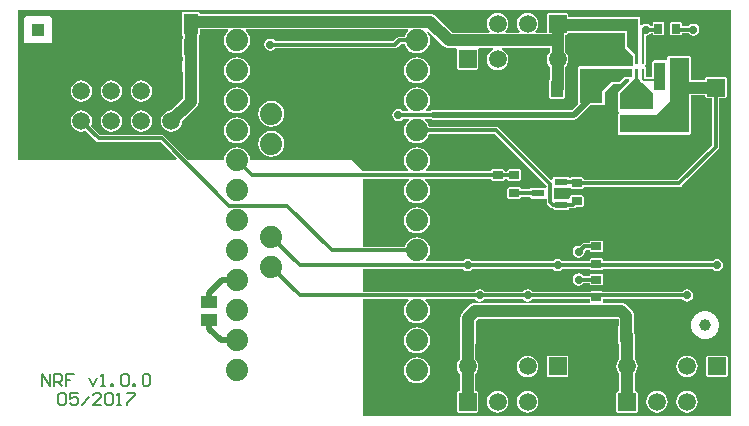
<source format=gtl>
G04 Layer_Physical_Order=1*
G04 Layer_Color=65280*
%FSLAX24Y24*%
%MOIN*%
G70*
G01*
G75*
%ADD10R,0.0394X0.0551*%
%ADD11R,0.0110X0.0295*%
%ADD12R,0.0335X0.0256*%
%ADD13R,0.0256X0.0335*%
%ADD14R,0.0433X0.0236*%
%ADD15C,0.0394*%
%ADD16R,0.0394X0.0394*%
%ADD17R,0.1063X0.0394*%
%ADD18R,0.0335X0.0354*%
%ADD19R,0.0354X0.0335*%
%ADD20R,0.0551X0.0394*%
%ADD21R,0.0472X0.0689*%
%ADD22R,0.0689X0.0472*%
%ADD23C,0.0118*%
%ADD24C,0.0394*%
%ADD25C,0.0079*%
%ADD26C,0.0197*%
%ADD27C,0.0059*%
%ADD28C,0.0591*%
%ADD29R,0.0591X0.0591*%
%ADD30C,0.0740*%
%ADD31R,0.0591X0.0591*%
%ADD32C,0.0276*%
G36*
X23894Y121D02*
X11614D01*
Y4012D01*
X13129D01*
X13145Y3965D01*
X13119Y3944D01*
X13050Y3855D01*
X13006Y3750D01*
X12991Y3638D01*
X13006Y3526D01*
X13050Y3421D01*
X13119Y3331D01*
X13208Y3262D01*
X13313Y3219D01*
X13425Y3204D01*
X13537Y3219D01*
X13642Y3262D01*
X13732Y3331D01*
X13801Y3421D01*
X13844Y3526D01*
X13859Y3638D01*
X13844Y3750D01*
X13801Y3855D01*
X13732Y3944D01*
X13705Y3965D01*
X13721Y4012D01*
X15355D01*
X15369Y3991D01*
X15435Y3948D01*
X15512Y3932D01*
X15589Y3948D01*
X15654Y3991D01*
X15669Y4012D01*
X16953D01*
X16968Y3991D01*
X17033Y3948D01*
X17110Y3932D01*
X17187Y3948D01*
X17253Y3991D01*
X17267Y4012D01*
X19177D01*
Y3947D01*
X19184Y3931D01*
X19151Y3881D01*
X15354D01*
X15287Y3872D01*
X15225Y3846D01*
X15171Y3805D01*
X14945Y3579D01*
X14904Y3525D01*
X14878Y3463D01*
X14869Y3396D01*
Y3117D01*
X14866Y3110D01*
Y2899D01*
X14860Y2884D01*
X14851Y2817D01*
Y2018D01*
X14800Y1951D01*
X14764Y1864D01*
X14752Y1772D01*
X14764Y1679D01*
X14800Y1592D01*
X14851Y1526D01*
Y951D01*
X14815D01*
X14769Y932D01*
X14750Y886D01*
Y295D01*
X14769Y249D01*
X14815Y230D01*
X15406D01*
X15451Y249D01*
X15470Y295D01*
Y886D01*
X15451Y932D01*
X15406Y951D01*
X15369D01*
Y1526D01*
X15421Y1592D01*
X15456Y1679D01*
X15469Y1772D01*
X15456Y1864D01*
X15421Y1951D01*
X15369Y2018D01*
Y2513D01*
X15371Y2513D01*
X15390Y2559D01*
Y3110D01*
X15387Y3117D01*
Y3288D01*
X15462Y3363D01*
X20129D01*
X20144Y3347D01*
Y3117D01*
X20142Y3110D01*
Y2559D01*
X20161Y2513D01*
X20166Y2511D01*
Y2018D01*
X20115Y1951D01*
X20079Y1864D01*
X20067Y1772D01*
X20079Y1679D01*
X20115Y1592D01*
X20166Y1526D01*
Y951D01*
X20130D01*
X20084Y932D01*
X20065Y886D01*
Y295D01*
X20084Y249D01*
X20130Y230D01*
X20720D01*
X20766Y249D01*
X20785Y295D01*
Y886D01*
X20766Y932D01*
X20720Y951D01*
X20684D01*
Y1526D01*
X20736Y1592D01*
X20771Y1679D01*
X20784Y1772D01*
X20771Y1864D01*
X20736Y1951D01*
X20684Y2018D01*
Y2813D01*
X20675Y2880D01*
X20665Y2904D01*
Y3110D01*
X20663Y3117D01*
Y3455D01*
X20654Y3522D01*
X20628Y3584D01*
X20587Y3638D01*
X20419Y3805D01*
X20366Y3846D01*
X20303Y3872D01*
X20236Y3881D01*
X19668D01*
X19635Y3931D01*
X19642Y3947D01*
Y4012D01*
X22268D01*
X22283Y3991D01*
X22348Y3948D01*
X22425Y3932D01*
X22502Y3948D01*
X22568Y3991D01*
X22612Y4057D01*
X22627Y4134D01*
X22612Y4211D01*
X22568Y4276D01*
X22502Y4320D01*
X22425Y4336D01*
X22348Y4320D01*
X22283Y4276D01*
X22268Y4255D01*
X19607D01*
X19577Y4268D01*
X19242D01*
X19212Y4255D01*
X17267D01*
X17253Y4276D01*
X17187Y4320D01*
X17110Y4336D01*
X17033Y4320D01*
X16968Y4276D01*
X16953Y4255D01*
X15669D01*
X15654Y4276D01*
X15589Y4320D01*
X15512Y4336D01*
X15435Y4320D01*
X15369Y4276D01*
X15355Y4255D01*
X11614D01*
Y5027D01*
X14961D01*
X14976Y5006D01*
X15041Y4962D01*
X15118Y4947D01*
X15195Y4962D01*
X15261Y5006D01*
X15275Y5027D01*
X17953D01*
X17968Y5006D01*
X18033Y4962D01*
X18110Y4947D01*
X18187Y4962D01*
X18253Y5006D01*
X18267Y5027D01*
X19186D01*
X19196Y5003D01*
X19242Y4984D01*
X19577D01*
X19623Y5003D01*
X19633Y5027D01*
X23268D01*
X23283Y5006D01*
X23348Y4962D01*
X23425Y4947D01*
X23502Y4962D01*
X23568Y5006D01*
X23612Y5072D01*
X23627Y5149D01*
X23612Y5226D01*
X23568Y5291D01*
X23502Y5335D01*
X23425Y5350D01*
X23348Y5335D01*
X23283Y5291D01*
X23268Y5270D01*
X19642D01*
Y5305D01*
X19623Y5351D01*
X19577Y5370D01*
X19242D01*
X19196Y5351D01*
X19177Y5305D01*
Y5270D01*
X18267D01*
X18253Y5291D01*
X18187Y5335D01*
X18110Y5350D01*
X18033Y5335D01*
X17968Y5291D01*
X17953Y5270D01*
X15275D01*
X15261Y5291D01*
X15195Y5335D01*
X15118Y5350D01*
X15041Y5335D01*
X14976Y5291D01*
X14961Y5270D01*
X13730D01*
X13714Y5317D01*
X13732Y5331D01*
X13801Y5421D01*
X13844Y5526D01*
X13859Y5638D01*
X13844Y5750D01*
X13801Y5855D01*
X13732Y5944D01*
X13642Y6013D01*
X13537Y6057D01*
X13425Y6072D01*
X13313Y6057D01*
X13208Y6013D01*
X13119Y5944D01*
X13050Y5855D01*
X13010Y5759D01*
X11614D01*
Y8027D01*
X13144D01*
X13161Y7977D01*
X13119Y7944D01*
X13050Y7855D01*
X13006Y7750D01*
X12991Y7638D01*
X13006Y7526D01*
X13050Y7421D01*
X13119Y7331D01*
X13208Y7262D01*
X13313Y7219D01*
X13425Y7204D01*
X13537Y7219D01*
X13642Y7262D01*
X13732Y7331D01*
X13801Y7421D01*
X13844Y7526D01*
X13859Y7638D01*
X13844Y7750D01*
X13801Y7855D01*
X13732Y7944D01*
X13689Y7977D01*
X13706Y8027D01*
X15890D01*
Y8012D01*
X15909Y7966D01*
X15955Y7947D01*
X16289D01*
X16335Y7966D01*
X16354Y8012D01*
Y8018D01*
X16441D01*
Y8012D01*
X16460Y7966D01*
X16506Y7947D01*
X16841D01*
X16886Y7966D01*
X16905Y8012D01*
Y8268D01*
X16886Y8314D01*
X16841Y8333D01*
X16506D01*
X16460Y8314D01*
X16441Y8268D01*
Y8261D01*
X16354D01*
Y8268D01*
X16335Y8314D01*
X16289Y8333D01*
X15955D01*
X15909Y8314D01*
X15891Y8270D01*
X13730D01*
X13714Y8317D01*
X13732Y8331D01*
X13801Y8421D01*
X13844Y8526D01*
X13859Y8638D01*
X13844Y8750D01*
X13801Y8855D01*
X13732Y8944D01*
X13642Y9013D01*
X13537Y9057D01*
X13425Y9072D01*
X13313Y9057D01*
X13208Y9013D01*
X13119Y8944D01*
X13050Y8855D01*
X13006Y8750D01*
X12991Y8638D01*
X13006Y8526D01*
X13050Y8421D01*
X13119Y8331D01*
X13136Y8317D01*
X13120Y8270D01*
X11612D01*
X11220Y8661D01*
X7856D01*
X7844Y8750D01*
X7801Y8855D01*
X7732Y8944D01*
X7642Y9013D01*
X7537Y9057D01*
X7425Y9072D01*
X7313Y9057D01*
X7208Y9013D01*
X7119Y8944D01*
X7050Y8855D01*
X7006Y8750D01*
X6995Y8661D01*
X5802D01*
X5007Y9456D01*
X4968Y9482D01*
X4921Y9491D01*
X4921Y9491D01*
X2861D01*
X2558Y9794D01*
X2582Y9852D01*
X2595Y9945D01*
X2582Y10038D01*
X2547Y10124D01*
X2490Y10198D01*
X2415Y10255D01*
X2329Y10291D01*
X2236Y10303D01*
X2143Y10291D01*
X2057Y10255D01*
X1983Y10198D01*
X1926Y10124D01*
X1890Y10038D01*
X1878Y9945D01*
X1890Y9852D01*
X1926Y9766D01*
X1983Y9692D01*
X2057Y9635D01*
X2143Y9599D01*
X2236Y9587D01*
X2329Y9599D01*
X2387Y9623D01*
X2725Y9284D01*
X2725Y9284D01*
X2765Y9258D01*
X2811Y9249D01*
X4871D01*
X5412Y8708D01*
X5393Y8661D01*
X121D01*
X121Y13658D01*
X23894D01*
Y121D01*
D02*
G37*
%LPC*%
G36*
X8575Y9622D02*
X8463Y9607D01*
X8358Y9563D01*
X8269Y9494D01*
X8200Y9405D01*
X8156Y9300D01*
X8141Y9188D01*
X8156Y9076D01*
X8200Y8971D01*
X8269Y8881D01*
X8358Y8812D01*
X8463Y8769D01*
X8575Y8754D01*
X8687Y8769D01*
X8792Y8812D01*
X8882Y8881D01*
X8951Y8971D01*
X8994Y9076D01*
X9009Y9188D01*
X8994Y9300D01*
X8951Y9405D01*
X8882Y9494D01*
X8792Y9563D01*
X8687Y9607D01*
X8575Y9622D01*
D02*
G37*
G36*
X13425Y7072D02*
X13313Y7057D01*
X13208Y7013D01*
X13119Y6944D01*
X13050Y6855D01*
X13006Y6750D01*
X12991Y6638D01*
X13006Y6526D01*
X13050Y6421D01*
X13119Y6331D01*
X13208Y6262D01*
X13313Y6219D01*
X13425Y6204D01*
X13537Y6219D01*
X13642Y6262D01*
X13732Y6331D01*
X13801Y6421D01*
X13844Y6526D01*
X13859Y6638D01*
X13844Y6750D01*
X13801Y6855D01*
X13732Y6944D01*
X13642Y7013D01*
X13537Y7057D01*
X13425Y7072D01*
D02*
G37*
G36*
X7425Y10072D02*
X7313Y10057D01*
X7208Y10013D01*
X7119Y9944D01*
X7050Y9855D01*
X7006Y9750D01*
X6991Y9638D01*
X7006Y9526D01*
X7050Y9421D01*
X7119Y9331D01*
X7208Y9262D01*
X7313Y9219D01*
X7425Y9204D01*
X7537Y9219D01*
X7642Y9262D01*
X7732Y9331D01*
X7801Y9421D01*
X7844Y9526D01*
X7859Y9638D01*
X7844Y9750D01*
X7801Y9855D01*
X7732Y9944D01*
X7642Y10013D01*
X7537Y10057D01*
X7425Y10072D01*
D02*
G37*
G36*
X4236Y10303D02*
X4143Y10291D01*
X4057Y10255D01*
X3983Y10198D01*
X3926Y10124D01*
X3890Y10038D01*
X3878Y9945D01*
X3890Y9852D01*
X3926Y9766D01*
X3983Y9692D01*
X4057Y9635D01*
X4143Y9599D01*
X4236Y9587D01*
X4329Y9599D01*
X4415Y9635D01*
X4490Y9692D01*
X4547Y9766D01*
X4582Y9852D01*
X4595Y9945D01*
X4582Y10038D01*
X4547Y10124D01*
X4490Y10198D01*
X4415Y10255D01*
X4329Y10291D01*
X4236Y10303D01*
D02*
G37*
G36*
X3236D02*
X3143Y10291D01*
X3057Y10255D01*
X2983Y10198D01*
X2926Y10124D01*
X2890Y10038D01*
X2878Y9945D01*
X2890Y9852D01*
X2926Y9766D01*
X2983Y9692D01*
X3057Y9635D01*
X3143Y9599D01*
X3236Y9587D01*
X3329Y9599D01*
X3415Y9635D01*
X3490Y9692D01*
X3547Y9766D01*
X3582Y9852D01*
X3595Y9945D01*
X3582Y10038D01*
X3547Y10124D01*
X3490Y10198D01*
X3415Y10255D01*
X3329Y10291D01*
X3236Y10303D01*
D02*
G37*
G36*
X18406Y2132D02*
X17815D01*
X17769Y2113D01*
X17750Y2067D01*
Y1476D01*
X17769Y1430D01*
X17815Y1411D01*
X18406D01*
X18451Y1430D01*
X18470Y1476D01*
Y2067D01*
X18451Y2113D01*
X18406Y2132D01*
D02*
G37*
G36*
X22425Y2130D02*
X22332Y2118D01*
X22246Y2082D01*
X22172Y2025D01*
X22115Y1951D01*
X22079Y1864D01*
X22067Y1772D01*
X22079Y1679D01*
X22115Y1592D01*
X22172Y1518D01*
X22246Y1461D01*
X22332Y1426D01*
X22425Y1413D01*
X22518Y1426D01*
X22604Y1461D01*
X22679Y1518D01*
X22736Y1592D01*
X22771Y1679D01*
X22784Y1772D01*
X22771Y1864D01*
X22736Y1951D01*
X22679Y2025D01*
X22604Y2082D01*
X22518Y2118D01*
X22425Y2130D01*
D02*
G37*
G36*
X17110D02*
X17017Y2118D01*
X16931Y2082D01*
X16857Y2025D01*
X16800Y1951D01*
X16764Y1864D01*
X16752Y1772D01*
X16764Y1679D01*
X16800Y1592D01*
X16857Y1518D01*
X16931Y1461D01*
X17017Y1426D01*
X17110Y1413D01*
X17203Y1426D01*
X17289Y1461D01*
X17364Y1518D01*
X17421Y1592D01*
X17456Y1679D01*
X17469Y1772D01*
X17456Y1864D01*
X17421Y1951D01*
X17364Y2025D01*
X17289Y2082D01*
X17203Y2118D01*
X17110Y2130D01*
D02*
G37*
G36*
X23720Y2132D02*
X23130D01*
X23084Y2113D01*
X23065Y2067D01*
Y1476D01*
X23084Y1430D01*
X23130Y1411D01*
X23720D01*
X23766Y1430D01*
X23785Y1476D01*
Y2067D01*
X23766Y2113D01*
X23720Y2132D01*
D02*
G37*
G36*
X13425Y3072D02*
X13313Y3057D01*
X13208Y3013D01*
X13119Y2944D01*
X13050Y2855D01*
X13006Y2750D01*
X12991Y2638D01*
X13006Y2526D01*
X13050Y2421D01*
X13119Y2331D01*
X13208Y2262D01*
X13313Y2219D01*
X13425Y2204D01*
X13537Y2219D01*
X13642Y2262D01*
X13732Y2331D01*
X13801Y2421D01*
X13844Y2526D01*
X13859Y2638D01*
X13844Y2750D01*
X13801Y2855D01*
X13732Y2944D01*
X13642Y3013D01*
X13537Y3057D01*
X13425Y3072D01*
D02*
G37*
G36*
X19577Y5961D02*
X19242D01*
X19196Y5942D01*
X19177Y5896D01*
Y5889D01*
X18996D01*
X18996Y5889D01*
X18950Y5880D01*
X18910Y5854D01*
X18910Y5854D01*
X18844Y5787D01*
X18819Y5792D01*
X18742Y5777D01*
X18676Y5733D01*
X18633Y5668D01*
X18617Y5591D01*
X18633Y5513D01*
X18676Y5448D01*
X18742Y5404D01*
X18819Y5389D01*
X18896Y5404D01*
X18961Y5448D01*
X19005Y5513D01*
X19021Y5591D01*
X19017Y5608D01*
X19051Y5646D01*
X19177D01*
Y5640D01*
X19196Y5594D01*
X19242Y5575D01*
X19577D01*
X19623Y5594D01*
X19642Y5640D01*
Y5896D01*
X19623Y5942D01*
X19577Y5961D01*
D02*
G37*
G36*
X18819Y4867D02*
X18742Y4852D01*
X18676Y4808D01*
X18633Y4743D01*
X18617Y4665D01*
X18633Y4588D01*
X18676Y4523D01*
X18742Y4479D01*
X18819Y4464D01*
X18896Y4479D01*
X18961Y4523D01*
X18976Y4544D01*
X19177D01*
Y4537D01*
X19196Y4491D01*
X19242Y4472D01*
X19577D01*
X19623Y4491D01*
X19642Y4537D01*
Y4793D01*
X19623Y4839D01*
X19577Y4858D01*
X19242D01*
X19196Y4839D01*
X19177Y4793D01*
Y4787D01*
X18976D01*
X18961Y4808D01*
X18896Y4852D01*
X18819Y4867D01*
D02*
G37*
G36*
X22980Y3608D02*
X22972Y3605D01*
X22963Y3606D01*
X22863Y3579D01*
X22856Y3574D01*
X22847Y3573D01*
X22757Y3521D01*
X22752Y3514D01*
X22744Y3511D01*
X22671Y3437D01*
X22667Y3429D01*
X22660Y3424D01*
X22608Y3334D01*
X22607Y3325D01*
X22602Y3318D01*
X22575Y3218D01*
X22576Y3210D01*
X22573Y3201D01*
Y3150D01*
X22573Y3098D01*
X22576Y3090D01*
X22575Y3081D01*
X22602Y2981D01*
X22607Y2974D01*
X22608Y2965D01*
X22660Y2875D01*
X22667Y2870D01*
X22671Y2862D01*
X22744Y2789D01*
X22752Y2785D01*
X22757Y2778D01*
X22847Y2726D01*
X22856Y2725D01*
X22863Y2720D01*
X22963Y2693D01*
X22972Y2694D01*
X22980Y2691D01*
X23083Y2691D01*
X23091Y2694D01*
X23100Y2693D01*
X23200Y2720D01*
X23207Y2725D01*
X23216Y2726D01*
X23306Y2778D01*
X23311Y2785D01*
X23319Y2789D01*
X23392Y2862D01*
X23396Y2870D01*
X23403Y2875D01*
X23455Y2965D01*
X23456Y2974D01*
X23461Y2981D01*
X23488Y3081D01*
X23487Y3090D01*
X23490Y3098D01*
Y3201D01*
X23487Y3210D01*
X23488Y3218D01*
X23461Y3318D01*
X23456Y3325D01*
X23455Y3334D01*
X23403Y3424D01*
X23396Y3429D01*
X23392Y3437D01*
X23319Y3511D01*
X23311Y3514D01*
X23306Y3521D01*
X23216Y3573D01*
X23207Y3574D01*
X23200Y3579D01*
X23100Y3606D01*
X23091Y3605D01*
X23083Y3608D01*
X22980Y3608D01*
D02*
G37*
G36*
X8575Y10622D02*
X8463Y10607D01*
X8358Y10563D01*
X8269Y10494D01*
X8200Y10405D01*
X8156Y10300D01*
X8141Y10188D01*
X8156Y10076D01*
X8200Y9971D01*
X8269Y9881D01*
X8358Y9812D01*
X8463Y9769D01*
X8575Y9754D01*
X8687Y9769D01*
X8792Y9812D01*
X8882Y9881D01*
X8951Y9971D01*
X8994Y10076D01*
X9009Y10188D01*
X8994Y10300D01*
X8951Y10405D01*
X8882Y10494D01*
X8792Y10563D01*
X8687Y10607D01*
X8575Y10622D01*
D02*
G37*
G36*
X13425Y12072D02*
X13313Y12057D01*
X13208Y12013D01*
X13119Y11944D01*
X13050Y11855D01*
X13006Y11750D01*
X12991Y11638D01*
X13006Y11526D01*
X13050Y11421D01*
X13119Y11331D01*
X13208Y11262D01*
X13313Y11219D01*
X13425Y11204D01*
X13537Y11219D01*
X13642Y11262D01*
X13732Y11331D01*
X13801Y11421D01*
X13844Y11526D01*
X13859Y11638D01*
X13844Y11750D01*
X13801Y11855D01*
X13732Y11944D01*
X13642Y12013D01*
X13537Y12057D01*
X13425Y12072D01*
D02*
G37*
G36*
X7425D02*
X7313Y12057D01*
X7208Y12013D01*
X7119Y11944D01*
X7050Y11855D01*
X7006Y11750D01*
X6991Y11638D01*
X7006Y11526D01*
X7050Y11421D01*
X7119Y11331D01*
X7208Y11262D01*
X7313Y11219D01*
X7425Y11204D01*
X7537Y11219D01*
X7642Y11262D01*
X7732Y11331D01*
X7801Y11421D01*
X7844Y11526D01*
X7859Y11638D01*
X7844Y11750D01*
X7801Y11855D01*
X7732Y11944D01*
X7642Y12013D01*
X7537Y12057D01*
X7425Y12072D01*
D02*
G37*
G36*
X17110Y949D02*
X17017Y937D01*
X16931Y901D01*
X16857Y844D01*
X16800Y770D01*
X16764Y683D01*
X16752Y591D01*
X16764Y498D01*
X16800Y411D01*
X16857Y337D01*
X16931Y280D01*
X17017Y244D01*
X17110Y232D01*
X17203Y244D01*
X17289Y280D01*
X17364Y337D01*
X17421Y411D01*
X17456Y498D01*
X17469Y591D01*
X17456Y683D01*
X17421Y770D01*
X17364Y844D01*
X17289Y901D01*
X17203Y937D01*
X17110Y949D01*
D02*
G37*
G36*
X16110D02*
X16017Y937D01*
X15931Y901D01*
X15857Y844D01*
X15800Y770D01*
X15764Y683D01*
X15752Y591D01*
X15764Y498D01*
X15800Y411D01*
X15857Y337D01*
X15931Y280D01*
X16017Y244D01*
X16110Y232D01*
X16203Y244D01*
X16289Y280D01*
X16364Y337D01*
X16421Y411D01*
X16456Y498D01*
X16469Y591D01*
X16456Y683D01*
X16421Y770D01*
X16364Y844D01*
X16289Y901D01*
X16203Y937D01*
X16110Y949D01*
D02*
G37*
G36*
X6122Y13598D02*
X5650D01*
X5604Y13579D01*
X5585Y13533D01*
Y12844D01*
X5604Y12799D01*
X5627Y12789D01*
Y12729D01*
X5614Y12723D01*
X5595Y12677D01*
Y12126D01*
X5614Y12080D01*
X5627Y12075D01*
Y11986D01*
X5623Y11985D01*
X5604Y11939D01*
Y11604D01*
X5623Y11558D01*
X5627Y11557D01*
Y10702D01*
X5227Y10302D01*
X5143Y10291D01*
X5057Y10255D01*
X4983Y10198D01*
X4926Y10124D01*
X4890Y10038D01*
X4878Y9945D01*
X4890Y9852D01*
X4926Y9766D01*
X4983Y9692D01*
X5057Y9635D01*
X5143Y9599D01*
X5236Y9587D01*
X5329Y9599D01*
X5415Y9635D01*
X5490Y9692D01*
X5547Y9766D01*
X5582Y9852D01*
X5593Y9936D01*
X6069Y10411D01*
X6110Y10465D01*
X6136Y10527D01*
X6145Y10594D01*
Y12789D01*
X6168Y12799D01*
X6187Y12844D01*
Y13006D01*
X7120D01*
X7136Y12958D01*
X7119Y12944D01*
X7050Y12855D01*
X7006Y12750D01*
X6991Y12638D01*
X7006Y12526D01*
X7050Y12421D01*
X7119Y12331D01*
X7208Y12262D01*
X7313Y12219D01*
X7425Y12204D01*
X7537Y12219D01*
X7642Y12262D01*
X7732Y12331D01*
X7801Y12421D01*
X7844Y12526D01*
X7859Y12638D01*
X7844Y12750D01*
X7801Y12855D01*
X7732Y12944D01*
X7714Y12958D01*
X7730Y13006D01*
X13120D01*
X13136Y12958D01*
X13119Y12944D01*
X13050Y12855D01*
X13010Y12759D01*
X12835D01*
X12835Y12759D01*
X12788Y12750D01*
X12749Y12724D01*
X12749Y12724D01*
X12642Y12617D01*
X8700D01*
X8686Y12638D01*
X8620Y12682D01*
X8543Y12697D01*
X8466Y12682D01*
X8401Y12638D01*
X8357Y12572D01*
X8342Y12495D01*
X8357Y12418D01*
X8401Y12353D01*
X8466Y12309D01*
X8543Y12294D01*
X8620Y12309D01*
X8686Y12353D01*
X8700Y12374D01*
X12692D01*
X12692Y12374D01*
X12738Y12383D01*
X12778Y12409D01*
X12885Y12516D01*
X13010D01*
X13050Y12421D01*
X13119Y12331D01*
X13208Y12262D01*
X13313Y12219D01*
X13425Y12204D01*
X13537Y12219D01*
X13642Y12262D01*
X13732Y12331D01*
X13801Y12421D01*
X13844Y12526D01*
X13859Y12638D01*
X13844Y12750D01*
X13801Y12855D01*
X13746Y12926D01*
X13760Y12977D01*
X13764Y12981D01*
X13776Y12984D01*
X14306Y12454D01*
X14360Y12412D01*
X14422Y12387D01*
X14489Y12378D01*
X14732D01*
X14760Y12328D01*
X14750Y12303D01*
Y11713D01*
X14769Y11667D01*
X14815Y11648D01*
X15406D01*
X15451Y11667D01*
X15470Y11713D01*
Y12303D01*
X15460Y12328D01*
X15488Y12378D01*
X15944D01*
X15954Y12328D01*
X15931Y12318D01*
X15857Y12261D01*
X15800Y12187D01*
X15764Y12101D01*
X15752Y12008D01*
X15764Y11915D01*
X15800Y11829D01*
X15857Y11754D01*
X15931Y11698D01*
X16017Y11662D01*
X16110Y11650D01*
X16203Y11662D01*
X16289Y11698D01*
X16364Y11754D01*
X16421Y11829D01*
X16456Y11915D01*
X16469Y12008D01*
X16456Y12101D01*
X16421Y12187D01*
X16364Y12261D01*
X16289Y12318D01*
X16266Y12328D01*
X16276Y12378D01*
X17851D01*
Y12254D01*
X17800Y12187D01*
X17764Y12101D01*
X17752Y12008D01*
X17764Y11915D01*
X17800Y11829D01*
X17851Y11762D01*
Y11330D01*
X17839Y11299D01*
Y10748D01*
X17858Y10702D01*
X17904Y10683D01*
X18297D01*
X18343Y10702D01*
X18362Y10748D01*
Y10979D01*
X18369Y11033D01*
Y11762D01*
X18421Y11829D01*
X18456Y11915D01*
X18469Y12008D01*
X18456Y12101D01*
X18421Y12187D01*
X18369Y12254D01*
Y12637D01*
Y12829D01*
X18406D01*
X18451Y12848D01*
X18469Y12891D01*
X20352D01*
Y12441D01*
X20352Y12441D01*
X20358Y12410D01*
X20375Y12383D01*
X20375Y12383D01*
X20627Y12132D01*
Y11850D01*
X20633Y11819D01*
X20637Y11814D01*
X20605Y11772D01*
X20591Y11774D01*
X18858D01*
X18827Y11768D01*
X18801Y11751D01*
X18783Y11724D01*
X18777Y11693D01*
Y10551D01*
X18783Y10520D01*
X18788Y10512D01*
X18595Y10319D01*
X13976D01*
X13915Y10307D01*
X13862Y10272D01*
X13861Y10270D01*
X13730D01*
X13714Y10317D01*
X13732Y10331D01*
X13801Y10421D01*
X13844Y10526D01*
X13859Y10638D01*
X13844Y10750D01*
X13801Y10855D01*
X13732Y10944D01*
X13642Y11013D01*
X13537Y11057D01*
X13425Y11072D01*
X13313Y11057D01*
X13208Y11013D01*
X13119Y10944D01*
X13050Y10855D01*
X13006Y10750D01*
X12991Y10638D01*
X13006Y10526D01*
X13050Y10421D01*
X13119Y10331D01*
X13136Y10317D01*
X13120Y10270D01*
X12961D01*
X12947Y10291D01*
X12881Y10335D01*
X12804Y10350D01*
X12727Y10335D01*
X12661Y10291D01*
X12618Y10226D01*
X12602Y10149D01*
X12618Y10072D01*
X12661Y10006D01*
X12727Y9962D01*
X12804Y9947D01*
X12881Y9962D01*
X12947Y10006D01*
X12961Y10027D01*
X13144D01*
X13161Y9977D01*
X13119Y9944D01*
X13050Y9855D01*
X13006Y9750D01*
X12991Y9638D01*
X13006Y9526D01*
X13050Y9421D01*
X13119Y9331D01*
X13208Y9262D01*
X13313Y9219D01*
X13425Y9204D01*
X13537Y9219D01*
X13642Y9262D01*
X13732Y9331D01*
X13801Y9421D01*
X13840Y9516D01*
X16021D01*
X17751Y7786D01*
X17748Y7736D01*
X17703Y7712D01*
X17677Y7722D01*
X17244D01*
X17198Y7703D01*
X17185Y7671D01*
X16905D01*
Y7677D01*
X16886Y7723D01*
X16841Y7742D01*
X16506D01*
X16460Y7723D01*
X16441Y7677D01*
Y7421D01*
X16460Y7375D01*
X16506Y7356D01*
X16841D01*
X16886Y7375D01*
X16905Y7421D01*
Y7428D01*
X17179D01*
Y7421D01*
X17198Y7375D01*
X17244Y7356D01*
X17677D01*
X17703Y7367D01*
X17753Y7340D01*
Y7244D01*
X17753Y7244D01*
X17762Y7198D01*
X17788Y7158D01*
X17867Y7080D01*
X17867Y7080D01*
X17906Y7053D01*
X17948Y7045D01*
X17966Y7001D01*
X18012Y6982D01*
X18445D01*
X18491Y7001D01*
X18508Y7044D01*
X18632D01*
X18632Y7044D01*
X18678Y7053D01*
X18718Y7080D01*
X18729Y7091D01*
X18917D01*
X18963Y7110D01*
X18982Y7156D01*
Y7411D01*
X18963Y7457D01*
X18917Y7476D01*
X18583D01*
X18537Y7457D01*
X18518Y7411D01*
Y7368D01*
X18468Y7339D01*
X18445Y7348D01*
X18012D01*
X17995Y7359D01*
Y7719D01*
X18012Y7730D01*
X18445D01*
X18470Y7741D01*
X18498Y7744D01*
X18528Y7721D01*
X18537Y7700D01*
X18583Y7681D01*
X18917D01*
X18963Y7700D01*
X18982Y7746D01*
Y7753D01*
X22165D01*
X22165Y7753D01*
X22212Y7762D01*
X22251Y7788D01*
X23472Y9009D01*
X23472Y9009D01*
X23498Y9048D01*
X23507Y9094D01*
Y10703D01*
X23681D01*
X23727Y10722D01*
X23746Y10768D01*
Y11358D01*
X23727Y11404D01*
X23681Y11423D01*
X23091D01*
X23045Y11404D01*
X23026Y11358D01*
Y11322D01*
X22562D01*
Y12047D01*
X22556Y12078D01*
X22538Y12105D01*
X22512Y12123D01*
X22480Y12129D01*
X21850D01*
X21819Y12123D01*
X21793Y12105D01*
X21775Y12078D01*
X21769Y12047D01*
Y11995D01*
X21729Y11968D01*
X21719Y11966D01*
X21693Y11971D01*
X21339D01*
X21307Y11965D01*
X21281Y11947D01*
X21263Y11921D01*
X21257Y11890D01*
Y11401D01*
X21065D01*
Y11693D01*
X21046Y11739D01*
X21032Y11745D01*
Y11799D01*
X21046Y11804D01*
X21065Y11850D01*
Y12146D01*
X21046Y12191D01*
Y12777D01*
X21063Y12790D01*
X21140Y12806D01*
X21206Y12850D01*
X21220Y12871D01*
X21283D01*
Y12864D01*
X21302Y12818D01*
X21348Y12799D01*
X21604D01*
X21650Y12818D01*
X21669Y12864D01*
Y13199D01*
X21650Y13245D01*
X21604Y13264D01*
X21348D01*
X21302Y13245D01*
X21283Y13199D01*
Y13114D01*
X21220D01*
X21206Y13135D01*
X21140Y13178D01*
X21063Y13194D01*
X20986Y13178D01*
X20920Y13135D01*
X20919Y13133D01*
X20869Y13148D01*
Y13346D01*
X20863Y13378D01*
X20845Y13404D01*
X20819Y13422D01*
X20787Y13428D01*
X20433D01*
X20402Y13422D01*
X20382Y13409D01*
X18470D01*
Y13484D01*
X18451Y13530D01*
X18406Y13549D01*
X17815D01*
X17769Y13530D01*
X17750Y13484D01*
Y12896D01*
X17387D01*
X17372Y12946D01*
X17421Y13010D01*
X17456Y13096D01*
X17469Y13189D01*
X17456Y13282D01*
X17421Y13368D01*
X17364Y13442D01*
X17289Y13499D01*
X17203Y13535D01*
X17110Y13547D01*
X17017Y13535D01*
X16931Y13499D01*
X16857Y13442D01*
X16800Y13368D01*
X16764Y13282D01*
X16752Y13189D01*
X16764Y13096D01*
X16800Y13010D01*
X16849Y12946D01*
X16833Y12896D01*
X16387D01*
X16372Y12946D01*
X16421Y13010D01*
X16456Y13096D01*
X16469Y13189D01*
X16456Y13282D01*
X16421Y13368D01*
X16364Y13442D01*
X16289Y13499D01*
X16203Y13535D01*
X16110Y13547D01*
X16017Y13535D01*
X15931Y13499D01*
X15857Y13442D01*
X15800Y13368D01*
X15764Y13282D01*
X15752Y13189D01*
X15764Y13096D01*
X15800Y13010D01*
X15849Y12946D01*
X15833Y12896D01*
X14596D01*
X14045Y13448D01*
X13991Y13489D01*
X13928Y13515D01*
X13861Y13524D01*
X6187D01*
Y13533D01*
X6168Y13579D01*
X6122Y13598D01*
D02*
G37*
G36*
X22195Y13264D02*
X21939D01*
X21893Y13245D01*
X21874Y13199D01*
Y12864D01*
X21893Y12818D01*
X21939Y12799D01*
X22195D01*
X22241Y12818D01*
X22260Y12864D01*
Y12871D01*
X22481D01*
X22495Y12850D01*
X22561Y12806D01*
X22638Y12790D01*
X22715Y12806D01*
X22780Y12850D01*
X22824Y12915D01*
X22839Y12992D01*
X22824Y13069D01*
X22780Y13135D01*
X22715Y13178D01*
X22638Y13194D01*
X22561Y13178D01*
X22495Y13135D01*
X22481Y13114D01*
X22260D01*
Y13199D01*
X22241Y13245D01*
X22195Y13264D01*
D02*
G37*
G36*
X1181Y13451D02*
X394D01*
X348Y13432D01*
X329Y13386D01*
Y12598D01*
X348Y12552D01*
X394Y12533D01*
X1181D01*
X1227Y12552D01*
X1246Y12598D01*
Y13386D01*
X1227Y13432D01*
X1181Y13451D01*
D02*
G37*
G36*
X22425Y949D02*
X22332Y937D01*
X22246Y901D01*
X22172Y844D01*
X22115Y770D01*
X22079Y683D01*
X22067Y591D01*
X22079Y498D01*
X22115Y411D01*
X22172Y337D01*
X22246Y280D01*
X22332Y244D01*
X22425Y232D01*
X22518Y244D01*
X22604Y280D01*
X22679Y337D01*
X22736Y411D01*
X22771Y498D01*
X22784Y591D01*
X22771Y683D01*
X22736Y770D01*
X22679Y844D01*
X22604Y901D01*
X22518Y937D01*
X22425Y949D01*
D02*
G37*
G36*
X7425Y11072D02*
X7313Y11057D01*
X7208Y11013D01*
X7119Y10944D01*
X7050Y10855D01*
X7006Y10750D01*
X6991Y10638D01*
X7006Y10526D01*
X7050Y10421D01*
X7119Y10331D01*
X7208Y10262D01*
X7313Y10219D01*
X7425Y10204D01*
X7537Y10219D01*
X7642Y10262D01*
X7732Y10331D01*
X7801Y10421D01*
X7844Y10526D01*
X7859Y10638D01*
X7844Y10750D01*
X7801Y10855D01*
X7732Y10944D01*
X7642Y11013D01*
X7537Y11057D01*
X7425Y11072D01*
D02*
G37*
G36*
X13425Y2072D02*
X13313Y2057D01*
X13208Y2013D01*
X13119Y1944D01*
X13050Y1855D01*
X13006Y1750D01*
X12991Y1638D01*
X13006Y1526D01*
X13050Y1421D01*
X13119Y1331D01*
X13208Y1262D01*
X13313Y1219D01*
X13425Y1204D01*
X13537Y1219D01*
X13642Y1262D01*
X13732Y1331D01*
X13801Y1421D01*
X13844Y1526D01*
X13859Y1638D01*
X13844Y1750D01*
X13801Y1855D01*
X13732Y1944D01*
X13642Y2013D01*
X13537Y2057D01*
X13425Y2072D01*
D02*
G37*
G36*
X21425Y949D02*
X21332Y937D01*
X21246Y901D01*
X21172Y844D01*
X21115Y770D01*
X21079Y683D01*
X21067Y591D01*
X21079Y498D01*
X21115Y411D01*
X21172Y337D01*
X21246Y280D01*
X21332Y244D01*
X21425Y232D01*
X21518Y244D01*
X21604Y280D01*
X21679Y337D01*
X21736Y411D01*
X21771Y498D01*
X21784Y591D01*
X21771Y683D01*
X21736Y770D01*
X21679Y844D01*
X21604Y901D01*
X21518Y937D01*
X21425Y949D01*
D02*
G37*
G36*
X4236Y11303D02*
X4143Y11291D01*
X4057Y11255D01*
X3983Y11198D01*
X3926Y11124D01*
X3890Y11038D01*
X3878Y10945D01*
X3890Y10852D01*
X3926Y10766D01*
X3983Y10691D01*
X4057Y10635D01*
X4143Y10599D01*
X4236Y10587D01*
X4329Y10599D01*
X4415Y10635D01*
X4490Y10691D01*
X4547Y10766D01*
X4582Y10852D01*
X4595Y10945D01*
X4582Y11038D01*
X4547Y11124D01*
X4490Y11198D01*
X4415Y11255D01*
X4329Y11291D01*
X4236Y11303D01*
D02*
G37*
G36*
X3236D02*
X3143Y11291D01*
X3057Y11255D01*
X2983Y11198D01*
X2926Y11124D01*
X2890Y11038D01*
X2878Y10945D01*
X2890Y10852D01*
X2926Y10766D01*
X2983Y10691D01*
X3057Y10635D01*
X3143Y10599D01*
X3236Y10587D01*
X3329Y10599D01*
X3415Y10635D01*
X3490Y10691D01*
X3547Y10766D01*
X3582Y10852D01*
X3595Y10945D01*
X3582Y11038D01*
X3547Y11124D01*
X3490Y11198D01*
X3415Y11255D01*
X3329Y11291D01*
X3236Y11303D01*
D02*
G37*
G36*
X2236D02*
X2143Y11291D01*
X2057Y11255D01*
X1983Y11198D01*
X1926Y11124D01*
X1890Y11038D01*
X1878Y10945D01*
X1890Y10852D01*
X1926Y10766D01*
X1983Y10691D01*
X2057Y10635D01*
X2143Y10599D01*
X2236Y10587D01*
X2329Y10599D01*
X2415Y10635D01*
X2490Y10691D01*
X2547Y10766D01*
X2582Y10852D01*
X2595Y10945D01*
X2582Y11038D01*
X2547Y11124D01*
X2490Y11198D01*
X2415Y11255D01*
X2329Y11291D01*
X2236Y11303D01*
D02*
G37*
%LPD*%
G36*
X20591Y11417D02*
X20315D01*
X20157Y11260D01*
X19921D01*
X19606Y10945D01*
Y10551D01*
X18858D01*
Y11693D01*
X20591D01*
Y11417D01*
D02*
G37*
G36*
X21693Y10984D02*
X21339D01*
Y11890D01*
X21693D01*
Y10984D01*
D02*
G37*
G36*
X20787Y11850D02*
X20709D01*
Y12165D01*
X20433Y12441D01*
X20433Y13346D01*
X20787D01*
X20787Y11850D01*
D02*
G37*
G36*
X22480Y9567D02*
X20197D01*
Y10138D01*
X21398D01*
X21850Y10591D01*
Y12047D01*
X22480D01*
Y9567D01*
D02*
G37*
G36*
X20494Y11317D02*
X20502Y11286D01*
X20139Y10924D01*
X20121Y10897D01*
X20115Y10866D01*
X20115Y10866D01*
Y10335D01*
X20121Y10303D01*
X20139Y10277D01*
X20160Y10263D01*
X20163Y10236D01*
X20160Y10209D01*
X20139Y10195D01*
X20121Y10169D01*
X20115Y10138D01*
Y9567D01*
X20121Y9536D01*
X20139Y9509D01*
X20166Y9492D01*
X20197Y9485D01*
X22480D01*
X22512Y9492D01*
X22538Y9509D01*
X22556Y9536D01*
X22562Y9567D01*
Y10804D01*
X23026D01*
Y10768D01*
X23045Y10722D01*
X23091Y10703D01*
X23264D01*
Y9145D01*
X22115Y7995D01*
X18982D01*
Y8002D01*
X18963Y8048D01*
X18917Y8067D01*
X18583D01*
X18537Y8048D01*
X18494Y8070D01*
X18491Y8077D01*
X18445Y8096D01*
X18012D01*
X17966Y8077D01*
X17947Y8031D01*
Y7999D01*
X17901Y7980D01*
X16157Y9724D01*
X16117Y9750D01*
X16071Y9759D01*
X16071Y9759D01*
X13840D01*
X13801Y9855D01*
X13732Y9944D01*
X13689Y9977D01*
X13706Y10027D01*
X13886D01*
X13915Y10008D01*
X13976Y9996D01*
X18661D01*
X18723Y10008D01*
X18776Y10043D01*
X19202Y10470D01*
X19606D01*
X19638Y10476D01*
X19664Y10494D01*
X19682Y10520D01*
X19688Y10551D01*
Y10911D01*
X19955Y11178D01*
X20157D01*
X20189Y11184D01*
X20215Y11202D01*
X20215Y11202D01*
X20349Y11336D01*
X20480D01*
X20494Y11317D01*
D02*
G37*
G36*
X20787Y11378D02*
X20848Y11318D01*
X20851Y11300D01*
X20873Y11267D01*
X20913Y11228D01*
X20945Y11206D01*
X20963Y11202D01*
X21299Y10866D01*
Y10335D01*
X20197D01*
Y10866D01*
X20709Y11378D01*
Y11693D01*
X20787D01*
Y11378D01*
D02*
G37*
D10*
X17490Y11024D02*
D03*
X18100D02*
D03*
X21014Y2835D02*
D03*
X20404D02*
D03*
X15738D02*
D03*
X15128D02*
D03*
X5246Y12402D02*
D03*
X5856D02*
D03*
D11*
X20945Y11998D02*
D03*
X20748D02*
D03*
X20551D02*
D03*
X20945Y11545D02*
D03*
X20748D02*
D03*
X20551D02*
D03*
D12*
X19409Y4075D02*
D03*
Y4665D02*
D03*
Y5177D02*
D03*
Y5768D02*
D03*
X16122Y7549D02*
D03*
Y8140D02*
D03*
X16673Y8140D02*
D03*
Y7549D02*
D03*
X18750Y7283D02*
D03*
Y7874D02*
D03*
D13*
X21476Y13032D02*
D03*
X22067D02*
D03*
X22067Y11181D02*
D03*
X21476D02*
D03*
D14*
X18228Y7165D02*
D03*
Y7913D02*
D03*
X17461Y7539D02*
D03*
D15*
X23031Y3150D02*
D03*
D16*
X787Y12992D02*
D03*
D17*
X20748Y9803D02*
D03*
Y10669D02*
D03*
D18*
X21496Y12224D02*
D03*
Y11713D02*
D03*
X20000Y11988D02*
D03*
Y11476D02*
D03*
D19*
X20098Y12638D02*
D03*
X20610D02*
D03*
X5335Y11772D02*
D03*
X5846D02*
D03*
D20*
X22165Y12431D02*
D03*
Y11821D02*
D03*
X6496Y3317D02*
D03*
Y3927D02*
D03*
D21*
X5886Y13189D02*
D03*
X4823D02*
D03*
D22*
X19252Y11201D02*
D03*
Y12264D02*
D03*
D23*
X12835Y12638D02*
X13425D01*
X12692Y12495D02*
X12835Y12638D01*
X8543Y12495D02*
X12692D01*
X18996Y5768D02*
X19409D01*
X18819Y5591D02*
X18996Y5768D01*
X22067Y12992D02*
X22638D01*
X23386Y9094D02*
Y11063D01*
X22165Y7874D02*
X23386Y9094D01*
X18750Y7874D02*
X22165D01*
X17451Y7549D02*
X17461Y7539D01*
X16673Y7549D02*
X17451D01*
X17953Y7165D02*
X18228D01*
X17874Y7244D02*
X17953Y7165D01*
X17874Y7244D02*
Y7835D01*
X16071Y9638D02*
X17874Y7835D01*
X13425Y9638D02*
X16071D01*
X7914Y8149D02*
X16113D01*
X16122Y8140D01*
X21063Y12992D02*
X21476D01*
X18819Y4665D02*
X19409D01*
X9514Y5149D02*
X23425D01*
X8575Y6088D02*
X9514Y5149D01*
X12804Y10149D02*
X13968D01*
X13976Y10157D01*
X7425Y8638D02*
X7914Y8149D01*
X2236Y9945D02*
X2811Y9370D01*
X4921D01*
X7164Y7127D01*
X9094D01*
X10583Y5638D01*
X13425D01*
X9529Y4134D02*
X22425D01*
X8575Y5088D02*
X9529Y4134D01*
X16673Y8140D02*
X16673Y8140D01*
X16122Y8140D02*
X16673D01*
X18711Y7913D02*
X18750Y7874D01*
X18228Y7913D02*
X18711D01*
X18632Y7165D02*
X18750Y7283D01*
X18228Y7165D02*
X18632D01*
D24*
X18110Y13189D02*
X18150Y13150D01*
X20551D01*
X20236Y3622D02*
X20404Y3455D01*
X15128Y3396D02*
X15354Y3622D01*
X18819D01*
X20236D01*
X20404Y2835D02*
Y3455D01*
X15128Y2835D02*
Y3396D01*
X18110Y11033D02*
Y12008D01*
X18100Y11024D02*
X18110Y11033D01*
X22205Y11063D02*
X23386D01*
X18110Y12637D02*
Y13189D01*
Y12008D02*
Y12637D01*
X20425Y1772D02*
Y2813D01*
Y591D02*
Y1772D01*
X20404Y2835D02*
X20425Y2813D01*
X15110Y1772D02*
Y2817D01*
Y591D02*
Y1772D01*
Y2817D02*
X15128Y2835D01*
X5886Y13265D02*
X13861D01*
X5886Y10594D02*
Y13189D01*
X14489Y12637D02*
X18110D01*
X13861Y13265D02*
X14489Y12637D01*
X5886Y13189D02*
Y13265D01*
X5236Y9945D02*
X5886Y10594D01*
D25*
X20945Y12874D02*
X21063Y12992D01*
X20945Y11998D02*
Y12874D01*
X20984Y11299D02*
X21476D01*
X20945Y11339D02*
X20984Y11299D01*
X20945Y11339D02*
Y11545D01*
D26*
X6890Y2638D02*
X7425D01*
X6496Y3031D02*
X6890Y2638D01*
X6496Y3031D02*
Y3317D01*
X6921Y4638D02*
X7425D01*
X6496Y4213D02*
X6921Y4638D01*
X6496Y3927D02*
Y4213D01*
X18661Y10157D02*
X19213Y10709D01*
X13976Y10157D02*
X18661D01*
D27*
X932Y1106D02*
Y1500D01*
X1195Y1106D01*
Y1500D01*
X1326Y1106D02*
Y1500D01*
X1523D01*
X1588Y1434D01*
Y1303D01*
X1523Y1237D01*
X1326D01*
X1457D02*
X1588Y1106D01*
X1982Y1500D02*
X1719D01*
Y1303D01*
X1851D01*
X1719D01*
Y1106D01*
X2507Y1369D02*
X2638Y1106D01*
X2769Y1369D01*
X2900Y1106D02*
X3031D01*
X2966D01*
Y1500D01*
X2900Y1434D01*
X3228Y1106D02*
Y1172D01*
X3294D01*
Y1106D01*
X3228D01*
X3556Y1434D02*
X3622Y1500D01*
X3753D01*
X3819Y1434D01*
Y1172D01*
X3753Y1106D01*
X3622D01*
X3556Y1172D01*
Y1434D01*
X3950Y1106D02*
Y1172D01*
X4015D01*
Y1106D01*
X3950D01*
X4278Y1434D02*
X4343Y1500D01*
X4475D01*
X4540Y1434D01*
Y1172D01*
X4475Y1106D01*
X4343D01*
X4278Y1172D01*
Y1434D01*
X1457Y820D02*
X1523Y886D01*
X1654D01*
X1719Y820D01*
Y558D01*
X1654Y492D01*
X1523D01*
X1457Y558D01*
Y820D01*
X2113Y886D02*
X1851D01*
Y689D01*
X1982Y755D01*
X2047D01*
X2113Y689D01*
Y558D01*
X2047Y492D01*
X1916D01*
X1851Y558D01*
X2244Y492D02*
X2507Y755D01*
X2900Y492D02*
X2638D01*
X2900Y755D01*
Y820D01*
X2835Y886D01*
X2703D01*
X2638Y820D01*
X3031D02*
X3097Y886D01*
X3228D01*
X3294Y820D01*
Y558D01*
X3228Y492D01*
X3097D01*
X3031Y558D01*
Y820D01*
X3425Y492D02*
X3556D01*
X3491D01*
Y886D01*
X3425Y820D01*
X3753Y886D02*
X4015D01*
Y820D01*
X3753Y558D01*
Y492D01*
D28*
X2236Y9945D02*
D03*
Y10945D02*
D03*
X3236Y9945D02*
D03*
Y10945D02*
D03*
X4236Y9945D02*
D03*
Y10945D02*
D03*
X5236Y9945D02*
D03*
X23425Y591D02*
D03*
X22425D02*
D03*
X21425D02*
D03*
X15110Y1772D02*
D03*
X16110D02*
D03*
X17110D02*
D03*
X15110Y13189D02*
D03*
X16110D02*
D03*
X17110D02*
D03*
X20425Y1772D02*
D03*
X21425D02*
D03*
X22425D02*
D03*
X18110Y591D02*
D03*
X17110D02*
D03*
X16110D02*
D03*
X18110Y12008D02*
D03*
X17110D02*
D03*
X16110D02*
D03*
X23386Y12063D02*
D03*
D29*
X5236Y10945D02*
D03*
X23386Y11063D02*
D03*
D30*
X8575Y5088D02*
D03*
Y6088D02*
D03*
Y9188D02*
D03*
Y10188D02*
D03*
X7425Y12638D02*
D03*
Y11638D02*
D03*
Y10638D02*
D03*
Y9638D02*
D03*
Y8638D02*
D03*
Y7638D02*
D03*
Y6638D02*
D03*
Y5638D02*
D03*
Y4638D02*
D03*
Y3638D02*
D03*
Y2638D02*
D03*
Y1638D02*
D03*
X13425D02*
D03*
Y2638D02*
D03*
Y3638D02*
D03*
Y4638D02*
D03*
Y5638D02*
D03*
Y6638D02*
D03*
Y7638D02*
D03*
Y8638D02*
D03*
Y9638D02*
D03*
Y10638D02*
D03*
Y11638D02*
D03*
Y12638D02*
D03*
D31*
X20425Y591D02*
D03*
X18110Y1772D02*
D03*
Y13189D02*
D03*
X23425Y1772D02*
D03*
X15110Y591D02*
D03*
Y12008D02*
D03*
D32*
X21457Y12598D02*
D03*
X21693D02*
D03*
X21220D02*
D03*
X21102Y13465D02*
D03*
X17598Y13032D02*
D03*
X14724Y2205D02*
D03*
X14370Y1378D02*
D03*
X14055Y6496D02*
D03*
X14882Y4606D02*
D03*
X15630Y12205D02*
D03*
X14528Y11811D02*
D03*
X12441Y12835D02*
D03*
X8543Y12495D02*
D03*
X3740Y10433D02*
D03*
X1673Y13287D02*
D03*
X394Y8957D02*
D03*
Y11811D02*
D03*
X3839Y13287D02*
D03*
X6496Y11909D02*
D03*
X8268Y12106D02*
D03*
X11713D02*
D03*
Y9350D02*
D03*
X11811Y7776D02*
D03*
X11909Y6299D02*
D03*
Y4626D02*
D03*
Y3445D02*
D03*
X14075Y591D02*
D03*
X11909Y492D02*
D03*
X16339Y4626D02*
D03*
X20965D02*
D03*
X19193Y1870D02*
D03*
Y492D02*
D03*
X23720Y1083D02*
D03*
Y4429D02*
D03*
X23622Y7382D02*
D03*
X17224Y9449D02*
D03*
X18799Y8563D02*
D03*
X22343Y8760D02*
D03*
X16535Y11122D02*
D03*
X19587Y10039D02*
D03*
X22933Y10433D02*
D03*
X23228Y12992D02*
D03*
X18819Y5591D02*
D03*
X22638Y11063D02*
D03*
Y12992D02*
D03*
X19213Y12717D02*
D03*
X19449D02*
D03*
X19685D02*
D03*
X21063Y12992D02*
D03*
X18819Y4665D02*
D03*
Y3622D02*
D03*
X15118Y5149D02*
D03*
X15512Y4134D02*
D03*
X17110D02*
D03*
X18110Y5149D02*
D03*
X23425D02*
D03*
X22425Y4134D02*
D03*
X12804Y10149D02*
D03*
M02*

</source>
